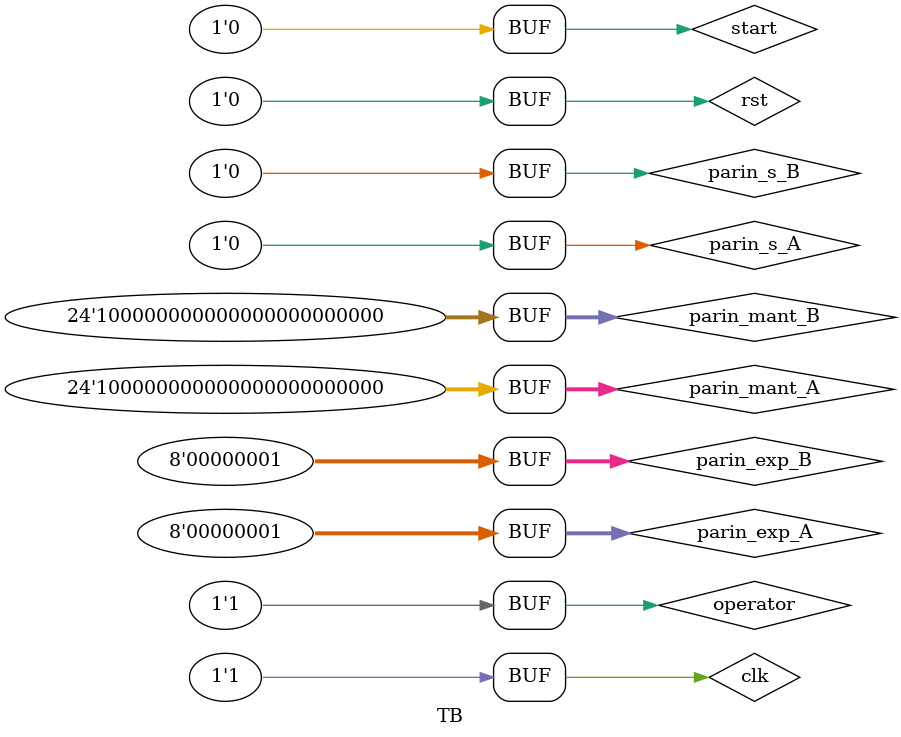
<source format=v>
`timescale 1ns/1ns

module TB();
  reg parin_s_A, parin_s_B;
  reg [7:0]  parin_exp_A, parin_exp_B;
  reg [23:0] parin_mant_A, parin_mant_B;
  reg operator;
  wire s_outR;
  wire [7:0] exp_outR;
  wire [23:0] mant_outR;
  reg clk, rst;
  wire ld_s_A, ld_exp_A, ld_man_A, ld_s_B, ld_exp_B, ld_man_B, eq_exp, lt_exp, gt_exp, eq_man, lt_man, gt_man,
    count_en_up_A, count_en_up_B, shift_man_right_A, shift_man_right_B, ld_exp_R, signA_xor_signB, samesign,ld_s_R,
    ld_man_R, co_sum, shift_man_right_R, shift_man_left_R, count_en_up_R, count_en_down_R, or_man_R, most_sig_man_R;
  wire [1:0] sel_sign_R;
  reg start=0;
  wire done;


  datapath dp(.parin_s_A(parin_s_A), .parin_s_B(parin_s_B), .parin_exp_A(parin_exp_A), .parin_exp_B(parin_exp_B), .parin_mant_A(parin_mant_A), .parin_mant_B(parin_mant_B), .operator(operator), .s_outR(s_outR), .exp_outR(exp_outR), .mant_outR(mant_outR),
    .clk(clk), .rst(rst), .ld_s_A(ld_s_A), .ld_exp_A(ld_exp_A), .ld_man_A(ld_man_A), .ld_s_B(ld_s_B), .ld_exp_B(ld_exp_B), .ld_man_B(ld_man_B), .eq_exp(eq_exp), .lt_exp(lt_exp), .gt_exp(gt_exp), .eq_man(eq_man), .lt_man(lt_man), .gt_man(gt_man),
    .count_en_up_A(count_en_up_A), .count_en_up_B(count_en_up_B), .shift_man_right_A(shift_man_right_A), .shift_man_right_B(shift_man_right_B), .ld_exp_R(ld_exp_R), .sel_sign_R(sel_sign_R), .signA_xor_signB(signA_xor_signB), .samesign(samesign),
    .ld_s_R(ld_s_R), .ld_man_R(ld_man_R), .co_sum(co_sum), .shift_man_right_R(shift_man_right_R), .shift_man_left_R(shift_man_left_R), .count_en_up_R(count_en_up_R), .count_en_down_R(count_en_down_R), .or_man_R(or_man_R), .most_sig_man_R(most_sig_man_R));

  controller cu(.clk(clk), .rst(rst), .start(start), .done(done), .ld_s_A(ld_s_A), .ld_exp_A(ld_exp_A), .ld_man_A(ld_man_A), .ld_s_B(ld_s_B), .ld_exp_B(ld_exp_B), .ld_man_B(ld_man_B), .eq_exp(eq_exp), .lt_exp(lt_exp), .gt_exp(gt_exp), .eq_man(eq_man), .lt_man(lt_man), .gt_man(gt_man),
    .count_en_up_A(count_en_up_A), .count_en_up_B(count_en_up_B), .shift_man_right_A(shift_man_right_A), .shift_man_right_B(shift_man_right_B), .ld_exp_R(ld_exp_R), .sel_sign_R(sel_sign_R), .signA_xor_signB(signA_xor_signB), .samesign(samesign),
    .ld_s_R(ld_s_R), .ld_man_R(ld_man_R), .co_sum(co_sum), .shift_man_right_R(shift_man_right_R), .shift_man_left_R(shift_man_left_R), .count_en_up_R(count_en_up_R), .count_en_down_R(count_en_down_R), .or_man_R(or_man_R), .most_sig_man_R(most_sig_man_R));

initial begin
  parin_s_A=0;
  parin_exp_A  = 8'b00000001;
  parin_mant_A = 24'b100000000000000000000000;
  parin_s_B=0;
  parin_exp_B  = 8'b00000001;
  parin_mant_B = 24'b100000000000000000000000;
  operator = 1;
  clk = 0; rst = 1;
  #100;
  clk = 1;
  #100;
  clk = 0;
  #100;
  rst = 0;
  #100;
  clk =1;
  start = 1;
  #100;
  clk = 0;
  #100;
  clk = 1;
  #100;
  start = 0;
  #100;
  clk = 0;
  #100;
  clk = 1;
  #100;

end
initial repeat(30) #100 clk = ~clk;
endmodule

</source>
